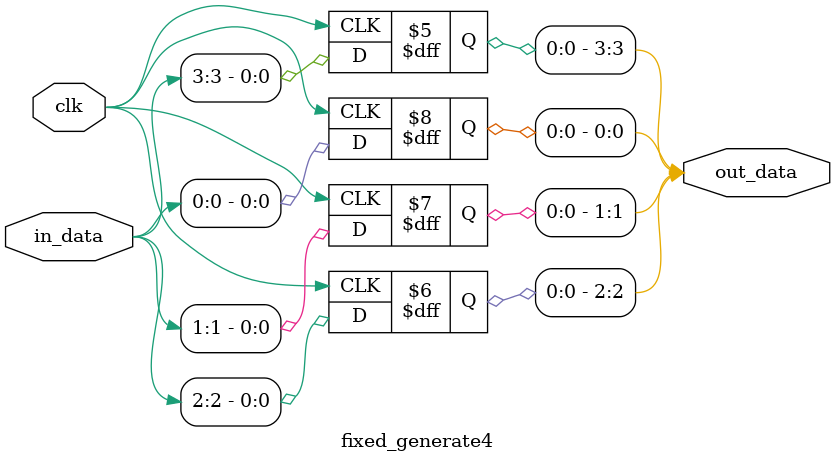
<source format=v>
module fixed_generate4 (
    input wire clk,
    input wire [3:0] in_data,
    output reg [3:0] out_data
);

    genvar i;

    generate
        for (i = 0; i < 4; i = i + 1) begin : loop_label
            always @(posedge clk) begin
                out_data[i] <= in_data[i];
            end
        end
    endgenerate // Corrected: Properly closing the generate block

endmodule

</source>
